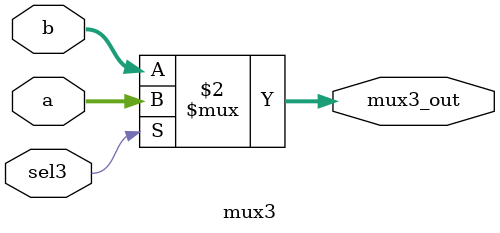
<source format=sv>

module mux1 (
  input logic sel1,
  input logic [11:0] a,b,
  output logic [11:0] mux1_out
);
  assign mux1_out = (sel1==1'b0) ? a:b;
endmodule
  
//Mux2
module mux2 (
  input logic sel2,
  input logic [11:0] a,b,
  output logic [11:0] mux2_out
);
  assign mux2_out = (sel2==1'b0) ? a:b;
endmodule

//Mux3
module mux3 (
  input logic sel3,
  input logic [11:0] a,b,
  output logic [11:0] mux3_out
);
  assign mux3_out = (sel3==1'b0) ? b:a;
endmodule


</source>
